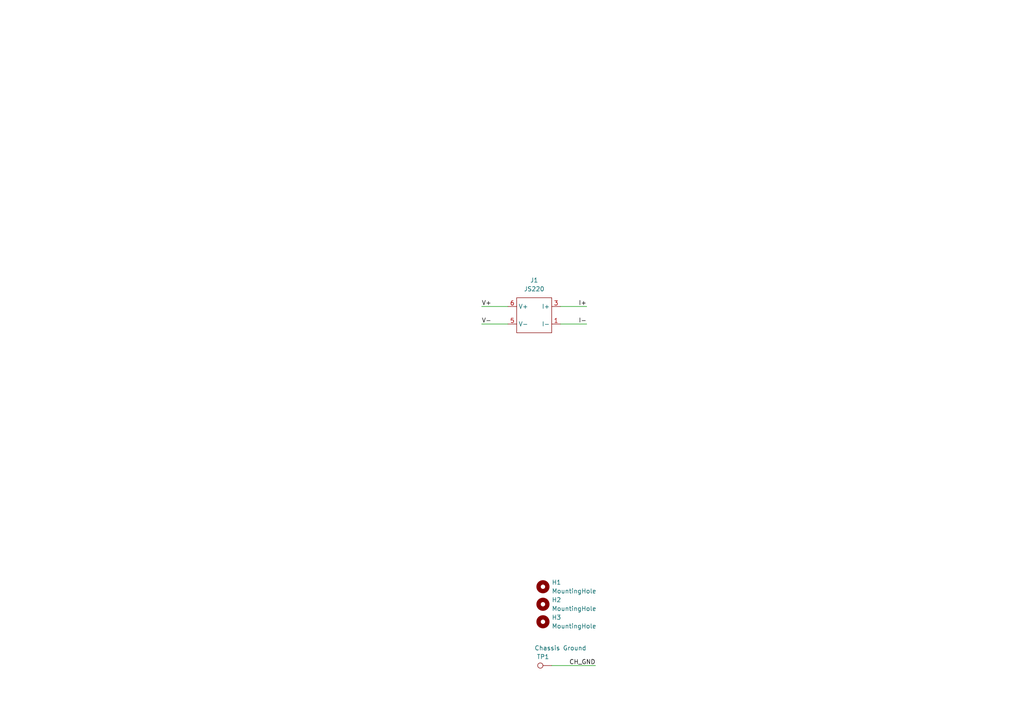
<source format=kicad_sch>
(kicad_sch (version 20211123) (generator eeschema)
  (paper "A4")
  (title_block (title "Joulescope JS220 Front Panel Template") (date "2022-10-23") (rev "1.1") (company "Alvaro Prieto"))
  (lib_symbols
    (symbol "Connector:TestPoint" (pin_numbers hide) (pin_names (offset 0.762) hide)
      (property "Reference" "TP" (at 0 6.858 0))
      (property "Value" "TestPoint" (at 0 5.08 0))
      (symbol "TestPoint_0_1"
        (circle (center 0 3.302) (radius 0.762))
      )
      (symbol "TestPoint_1_1"
        (pin passive line (at 0 0 90) (length 2.54) (name "1") (number "1"))
      )
    )
    (symbol "Joulescope:JS220"
      (property "Reference" "J" (at 0 7.62 0))
      (property "Value" "JS220" (at 0 -7.62 0))
      (symbol "JS220_0_1"
        (rectangle (start -5.08 -5.08) (end 5.08 -5.08) (stroke (width 0.1524)))
        (rectangle (start -5.08 5.08) (end -5.08 -5.08) (stroke (width 0.1524)))
        (rectangle (start -5.08 5.08) (end 5.08 5.08) (stroke (width 0.1524)))
        (rectangle (start 5.08 5.08) (end 5.08 -5.08) (stroke (width 0.1524)))
      )
      (symbol "JS220_1_1"
        (pin power_out line (at 7.62 -2.54 180) (length 2.54) (name "I-") (number "1"))
        (pin passive line (at 7.62 -2.54 180) (length 2.54) hide (name "I-") (number "2"))
        (pin power_in line (at 7.62 2.54 180) (length 2.54) (name "I+") (number "3"))
        (pin passive line (at 7.62 2.54 180) (length 2.54) hide (name "I+") (number "4"))
        (pin power_in line (at -7.62 -2.54 0) (length 2.54) (name "V-") (number "5"))
        (pin power_in line (at -7.62 2.54 0) (length 2.54) (name "V+") (number "6"))
      )
    )
    (symbol "Mechanical:MountingHole" (pin_names (offset 1.016))
      (property "Reference" "H" (at 0 5.08 0))
      (property "Value" "MountingHole" (at 0 3.175 0))
      (symbol "MountingHole_0_1"
        (circle (center 0 0) (radius 1.27) (stroke (width 1.27)))
      )
    )
  )
  (wire (pts (xy 162.56 88.9) (xy 170.18 88.9)))
  (wire (pts (xy 162.56 93.98) (xy 170.18 93.98)))
  (wire (pts (xy 147.32 88.9) (xy 139.7 88.9)))
  (wire (pts (xy 160.02 193.04) (xy 172.72 193.04)))
  (wire (pts (xy 139.7 93.98) (xy 147.32 93.98)))
  (label "I-" (at 170.18 93.98 180))
  (label "V-" (at 139.7 93.98 0))
  (label "V+" (at 139.7 88.9 0))
  (label "CH_GND" (at 172.72 193.04 180))
  (label "I+" (at 170.18 88.9 180))
  (symbol (lib_id "Connector:TestPoint") (at 160.02 193.04 90) (unit 1)
    (property "Reference" "TP1" (at 157.48 190.5 90))
    (property "Value" "Chassis Ground" (at 162.56 187.96 90))
    (property "Footprint" "Joulescope:TINY_TP" (effects hide))
  )
  (symbol (lib_id "Mechanical:MountingHole") (at 157.48 170.18 0) (unit 1)
    (property "Reference" "H1" (at 160.02 168.9099 0) (effects (justify left)))
    (property "Value" "MountingHole" (at 160.02 171.4499 0) (effects (justify left)))
    (property "Footprint" "Joulescope:MOUNTING_HOLE_3.5_W_KO" (effects hide))
  )
  (symbol (lib_id "Mechanical:MountingHole") (at 157.48 180.34 0) (unit 1)
    (property "Reference" "H3" (at 160.02 179.0699 0) (effects (justify left)))
    (property "Value" "MountingHole" (at 160.02 181.6099 0) (effects (justify left)))
    (property "Footprint" "Joulescope:MOUNTING_HOLE_3.3MM" (effects hide))
  )
  (symbol (lib_id "Mechanical:MountingHole") (at 157.48 175.26 0) (unit 1)
    (property "Reference" "H2" (at 160.02 173.9899 0) (effects (justify left)))
    (property "Value" "MountingHole" (at 160.02 176.5299 0) (effects (justify left)))
    (property "Footprint" "Joulescope:MOUNTING_HOLE_3.5_W_KO" (effects hide))
  )
  (symbol (lib_id "Joulescope:JS220") (at 154.94 91.44 0) (unit 1)
    (property "Reference" "J1" (at 154.94 81.28 0))
    (property "Value" "JS220" (at 154.94 83.82 0))
    (property "Footprint" "Joulescope:SAMTEC_TSM-103-01-S-DV-A" (effects hide))
  )
)
</source>
